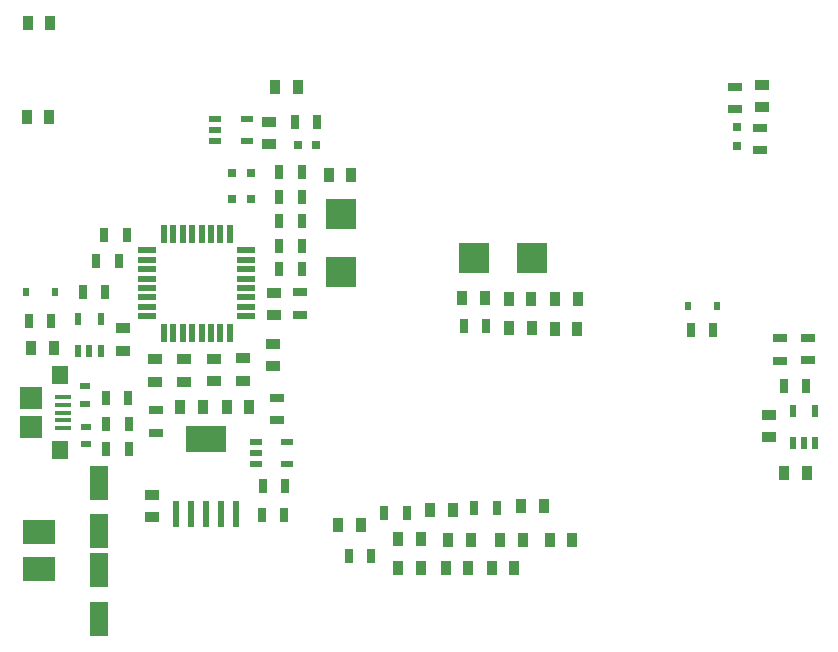
<source format=gtp>
G04*
G04 #@! TF.GenerationSoftware,Altium Limited,Altium Designer,20.0.13 (296)*
G04*
G04 Layer_Color=8421504*
%FSLAX44Y44*%
%MOMM*%
G71*
G01*
G75*
%ADD14R,0.9000X1.3000*%
%ADD15R,2.5000X2.6000*%
%ADD16R,0.7000X1.3000*%
%ADD17R,2.6000X2.5000*%
%ADD18R,0.5588X0.6858*%
%ADD19R,0.6000X2.2000*%
%ADD20R,3.5000X2.2000*%
%ADD21R,1.0000X0.5500*%
%ADD22R,0.5500X1.0000*%
%ADD23R,1.6000X3.0000*%
%ADD24R,1.3000X0.9000*%
%ADD25R,1.3500X0.4000*%
%ADD26R,1.4000X1.6000*%
%ADD27R,1.9000X1.9000*%
%ADD28R,2.7000X2.0000*%
%ADD29R,0.8000X0.8000*%
%ADD30R,0.8000X0.8000*%
%ADD31R,1.5000X0.5500*%
%ADD32R,0.5500X1.5000*%
%ADD33R,1.3000X0.7000*%
%ADD34R,0.9000X0.6000*%
D14*
X137125Y193690D02*
D03*
X156125D02*
D03*
X262690Y390664D02*
D03*
X281690D02*
D03*
X473251Y260389D02*
D03*
X454251D02*
D03*
X217466Y465260D02*
D03*
X236466D02*
D03*
X419859Y57397D02*
D03*
X400858D02*
D03*
X394741Y285915D02*
D03*
X375741D02*
D03*
X434160Y285506D02*
D03*
X415160D02*
D03*
X270693Y93755D02*
D03*
X289693D02*
D03*
X321646Y57973D02*
D03*
X340646D02*
D03*
X321697Y82197D02*
D03*
X340697D02*
D03*
X380675Y57685D02*
D03*
X361675D02*
D03*
X7216Y439260D02*
D03*
X26216D02*
D03*
X26716Y519260D02*
D03*
X7716D02*
D03*
X434627Y260867D02*
D03*
X415627D02*
D03*
X407997Y81725D02*
D03*
X426997D02*
D03*
X29803Y244013D02*
D03*
X10803D02*
D03*
X425703Y110562D02*
D03*
X444703D02*
D03*
X176443Y193690D02*
D03*
X195443D02*
D03*
X382668Y81725D02*
D03*
X363668D02*
D03*
X648466Y138260D02*
D03*
X667466D02*
D03*
X348430Y106657D02*
D03*
X367430D02*
D03*
X454366Y285506D02*
D03*
X473365D02*
D03*
X449900Y81253D02*
D03*
X468900D02*
D03*
D15*
X434579Y320204D02*
D03*
X385578D02*
D03*
D16*
X225863Y127013D02*
D03*
X206863D02*
D03*
X239716Y392760D02*
D03*
X220716D02*
D03*
X239716Y372010D02*
D03*
X220716D02*
D03*
X239716Y351510D02*
D03*
X220716D02*
D03*
X92857Y202080D02*
D03*
X73857D02*
D03*
X72716Y339510D02*
D03*
X91716D02*
D03*
X93195Y179793D02*
D03*
X74195D02*
D03*
X74240Y158181D02*
D03*
X93240D02*
D03*
X239716Y330760D02*
D03*
X220716D02*
D03*
X239716Y310510D02*
D03*
X220716D02*
D03*
X233966Y435510D02*
D03*
X252966D02*
D03*
X206139Y102638D02*
D03*
X225139D02*
D03*
X73216Y291260D02*
D03*
X54216D02*
D03*
X404841Y108735D02*
D03*
X385841D02*
D03*
X328835Y104352D02*
D03*
X309835D02*
D03*
X84716Y317510D02*
D03*
X65716D02*
D03*
X27716Y267260D02*
D03*
X8716D02*
D03*
X569245Y259088D02*
D03*
X588246D02*
D03*
X298412Y67633D02*
D03*
X279412D02*
D03*
X647966Y211510D02*
D03*
X666966D02*
D03*
X377102Y262637D02*
D03*
X396102D02*
D03*
D17*
X273134Y357182D02*
D03*
Y308182D02*
D03*
D18*
X6216Y291010D02*
D03*
X30600D02*
D03*
X591547Y279200D02*
D03*
X567163D02*
D03*
D19*
X133566Y103510D02*
D03*
X146266Y103510D02*
D03*
X158966Y103510D02*
D03*
X184366D02*
D03*
X171666Y103510D02*
D03*
D20*
X158966Y167010D02*
D03*
D21*
X166216Y438260D02*
D03*
X166216Y428760D02*
D03*
X166216Y419260D02*
D03*
X193216Y438260D02*
D03*
X193216Y419260D02*
D03*
X200716Y164510D02*
D03*
X200716Y155010D02*
D03*
X200716Y145510D02*
D03*
X227716Y164510D02*
D03*
Y145510D02*
D03*
D22*
X50466Y241510D02*
D03*
X59966Y241510D02*
D03*
X69466Y241510D02*
D03*
X50466Y268510D02*
D03*
X69466D02*
D03*
X655466Y163260D02*
D03*
X664966Y163260D02*
D03*
X674466Y163260D02*
D03*
X655466Y190260D02*
D03*
X674466Y190260D02*
D03*
D23*
X68216Y55760D02*
D03*
Y14760D02*
D03*
X68466Y129760D02*
D03*
Y88760D02*
D03*
D24*
X190111Y216218D02*
D03*
Y235219D02*
D03*
X215100Y228758D02*
D03*
Y247758D02*
D03*
X112716Y119760D02*
D03*
Y100760D02*
D03*
X216216Y290760D02*
D03*
Y271760D02*
D03*
X165460Y234881D02*
D03*
Y215881D02*
D03*
X140471Y215543D02*
D03*
Y234543D02*
D03*
X115145Y234543D02*
D03*
Y215543D02*
D03*
X211966Y435760D02*
D03*
Y416760D02*
D03*
X629340Y448037D02*
D03*
Y467037D02*
D03*
X88622Y260607D02*
D03*
Y241607D02*
D03*
X635216Y187260D02*
D03*
Y168260D02*
D03*
D25*
X37466Y202260D02*
D03*
Y195760D02*
D03*
Y189260D02*
D03*
Y182760D02*
D03*
Y176260D02*
D03*
D26*
X35216Y221260D02*
D03*
Y157260D02*
D03*
D27*
X10716Y201260D02*
D03*
Y177260D02*
D03*
D28*
X17466Y56510D02*
D03*
Y88510D02*
D03*
D29*
X196466Y391760D02*
D03*
X180466D02*
D03*
X196716Y370510D02*
D03*
X180716D02*
D03*
X252216Y415760D02*
D03*
X236216D02*
D03*
D30*
X608319Y430702D02*
D03*
Y414702D02*
D03*
D31*
X192966Y270760D02*
D03*
Y278760D02*
D03*
Y286760D02*
D03*
Y294760D02*
D03*
Y302760D02*
D03*
Y310760D02*
D03*
Y318760D02*
D03*
Y326760D02*
D03*
X108966D02*
D03*
Y318760D02*
D03*
Y310760D02*
D03*
Y302760D02*
D03*
Y294760D02*
D03*
Y286760D02*
D03*
Y278760D02*
D03*
Y270760D02*
D03*
D32*
X178966Y340760D02*
D03*
X170966D02*
D03*
X162966D02*
D03*
X154966D02*
D03*
X146966D02*
D03*
X138966D02*
D03*
X130966D02*
D03*
X122966D02*
D03*
Y256760D02*
D03*
X130966D02*
D03*
X138966D02*
D03*
X146966D02*
D03*
X154966D02*
D03*
X162966D02*
D03*
X170966D02*
D03*
X178966D02*
D03*
D33*
X116158Y172364D02*
D03*
Y191364D02*
D03*
X606530Y465363D02*
D03*
Y446363D02*
D03*
X628018Y411339D02*
D03*
Y430339D02*
D03*
X219158Y201680D02*
D03*
Y182680D02*
D03*
X668466Y233510D02*
D03*
Y252510D02*
D03*
X644466Y233260D02*
D03*
Y252260D02*
D03*
X238466Y291010D02*
D03*
Y272010D02*
D03*
D34*
X56387Y211873D02*
D03*
Y196873D02*
D03*
X57449Y177310D02*
D03*
Y162310D02*
D03*
M02*

</source>
